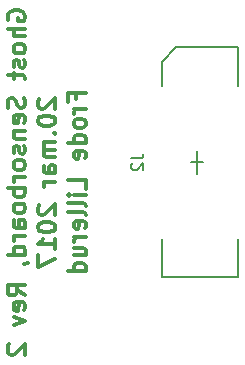
<source format=gbo>
G04 #@! TF.GenerationSoftware,KiCad,Pcbnew,no-vcs-found-ecdfa40~58~ubuntu16.04.1*
G04 #@! TF.CreationDate,2017-03-20T23:24:32+01:00*
G04 #@! TF.ProjectId,GhostSensorboard,47686F737453656E736F72626F617264,rev?*
G04 #@! TF.FileFunction,Legend,Bot*
G04 #@! TF.FilePolarity,Positive*
%FSLAX46Y46*%
G04 Gerber Fmt 4.6, Leading zero omitted, Abs format (unit mm)*
G04 Created by KiCad (PCBNEW no-vcs-found-ecdfa40~58~ubuntu16.04.1) date Mon Mar 20 23:24:32 2017*
%MOMM*%
%LPD*%
G01*
G04 APERTURE LIST*
%ADD10C,0.100000*%
%ADD11C,0.300000*%
%ADD12C,0.150000*%
G04 APERTURE END LIST*
D10*
D11*
X83590000Y-82795714D02*
X83518571Y-82652857D01*
X83518571Y-82438571D01*
X83590000Y-82224285D01*
X83732857Y-82081428D01*
X83875714Y-82010000D01*
X84161428Y-81938571D01*
X84375714Y-81938571D01*
X84661428Y-82010000D01*
X84804285Y-82081428D01*
X84947142Y-82224285D01*
X85018571Y-82438571D01*
X85018571Y-82581428D01*
X84947142Y-82795714D01*
X84875714Y-82867142D01*
X84375714Y-82867142D01*
X84375714Y-82581428D01*
X85018571Y-83510000D02*
X83518571Y-83510000D01*
X85018571Y-84152857D02*
X84232857Y-84152857D01*
X84090000Y-84081428D01*
X84018571Y-83938571D01*
X84018571Y-83724285D01*
X84090000Y-83581428D01*
X84161428Y-83510000D01*
X85018571Y-85081428D02*
X84947142Y-84938571D01*
X84875714Y-84867142D01*
X84732857Y-84795714D01*
X84304285Y-84795714D01*
X84161428Y-84867142D01*
X84090000Y-84938571D01*
X84018571Y-85081428D01*
X84018571Y-85295714D01*
X84090000Y-85438571D01*
X84161428Y-85510000D01*
X84304285Y-85581428D01*
X84732857Y-85581428D01*
X84875714Y-85510000D01*
X84947142Y-85438571D01*
X85018571Y-85295714D01*
X85018571Y-85081428D01*
X84947142Y-86152857D02*
X85018571Y-86295714D01*
X85018571Y-86581428D01*
X84947142Y-86724285D01*
X84804285Y-86795714D01*
X84732857Y-86795714D01*
X84590000Y-86724285D01*
X84518571Y-86581428D01*
X84518571Y-86367142D01*
X84447142Y-86224285D01*
X84304285Y-86152857D01*
X84232857Y-86152857D01*
X84090000Y-86224285D01*
X84018571Y-86367142D01*
X84018571Y-86581428D01*
X84090000Y-86724285D01*
X84018571Y-87224285D02*
X84018571Y-87795714D01*
X83518571Y-87438571D02*
X84804285Y-87438571D01*
X84947142Y-87510000D01*
X85018571Y-87652857D01*
X85018571Y-87795714D01*
X84947142Y-89367142D02*
X85018571Y-89581428D01*
X85018571Y-89938571D01*
X84947142Y-90081428D01*
X84875714Y-90152857D01*
X84732857Y-90224285D01*
X84590000Y-90224285D01*
X84447142Y-90152857D01*
X84375714Y-90081428D01*
X84304285Y-89938571D01*
X84232857Y-89652857D01*
X84161428Y-89510000D01*
X84090000Y-89438571D01*
X83947142Y-89367142D01*
X83804285Y-89367142D01*
X83661428Y-89438571D01*
X83590000Y-89510000D01*
X83518571Y-89652857D01*
X83518571Y-90010000D01*
X83590000Y-90224285D01*
X84947142Y-91438571D02*
X85018571Y-91295714D01*
X85018571Y-91010000D01*
X84947142Y-90867142D01*
X84804285Y-90795714D01*
X84232857Y-90795714D01*
X84090000Y-90867142D01*
X84018571Y-91010000D01*
X84018571Y-91295714D01*
X84090000Y-91438571D01*
X84232857Y-91510000D01*
X84375714Y-91510000D01*
X84518571Y-90795714D01*
X84018571Y-92152857D02*
X85018571Y-92152857D01*
X84161428Y-92152857D02*
X84090000Y-92224285D01*
X84018571Y-92367142D01*
X84018571Y-92581428D01*
X84090000Y-92724285D01*
X84232857Y-92795714D01*
X85018571Y-92795714D01*
X84947142Y-93438571D02*
X85018571Y-93581428D01*
X85018571Y-93867142D01*
X84947142Y-94010000D01*
X84804285Y-94081428D01*
X84732857Y-94081428D01*
X84590000Y-94010000D01*
X84518571Y-93867142D01*
X84518571Y-93652857D01*
X84447142Y-93510000D01*
X84304285Y-93438571D01*
X84232857Y-93438571D01*
X84090000Y-93510000D01*
X84018571Y-93652857D01*
X84018571Y-93867142D01*
X84090000Y-94010000D01*
X85018571Y-94938571D02*
X84947142Y-94795714D01*
X84875714Y-94724285D01*
X84732857Y-94652857D01*
X84304285Y-94652857D01*
X84161428Y-94724285D01*
X84090000Y-94795714D01*
X84018571Y-94938571D01*
X84018571Y-95152857D01*
X84090000Y-95295714D01*
X84161428Y-95367142D01*
X84304285Y-95438571D01*
X84732857Y-95438571D01*
X84875714Y-95367142D01*
X84947142Y-95295714D01*
X85018571Y-95152857D01*
X85018571Y-94938571D01*
X85018571Y-96081428D02*
X84018571Y-96081428D01*
X84304285Y-96081428D02*
X84161428Y-96152857D01*
X84090000Y-96224285D01*
X84018571Y-96367142D01*
X84018571Y-96510000D01*
X85018571Y-97010000D02*
X83518571Y-97010000D01*
X84090000Y-97010000D02*
X84018571Y-97152857D01*
X84018571Y-97438571D01*
X84090000Y-97581428D01*
X84161428Y-97652857D01*
X84304285Y-97724285D01*
X84732857Y-97724285D01*
X84875714Y-97652857D01*
X84947142Y-97581428D01*
X85018571Y-97438571D01*
X85018571Y-97152857D01*
X84947142Y-97010000D01*
X85018571Y-98581428D02*
X84947142Y-98438571D01*
X84875714Y-98367142D01*
X84732857Y-98295714D01*
X84304285Y-98295714D01*
X84161428Y-98367142D01*
X84090000Y-98438571D01*
X84018571Y-98581428D01*
X84018571Y-98795714D01*
X84090000Y-98938571D01*
X84161428Y-99010000D01*
X84304285Y-99081428D01*
X84732857Y-99081428D01*
X84875714Y-99010000D01*
X84947142Y-98938571D01*
X85018571Y-98795714D01*
X85018571Y-98581428D01*
X85018571Y-100367142D02*
X84232857Y-100367142D01*
X84090000Y-100295714D01*
X84018571Y-100152857D01*
X84018571Y-99867142D01*
X84090000Y-99724285D01*
X84947142Y-100367142D02*
X85018571Y-100224285D01*
X85018571Y-99867142D01*
X84947142Y-99724285D01*
X84804285Y-99652857D01*
X84661428Y-99652857D01*
X84518571Y-99724285D01*
X84447142Y-99867142D01*
X84447142Y-100224285D01*
X84375714Y-100367142D01*
X85018571Y-101081428D02*
X84018571Y-101081428D01*
X84304285Y-101081428D02*
X84161428Y-101152857D01*
X84090000Y-101224285D01*
X84018571Y-101367142D01*
X84018571Y-101510000D01*
X85018571Y-102652857D02*
X83518571Y-102652857D01*
X84947142Y-102652857D02*
X85018571Y-102510000D01*
X85018571Y-102224285D01*
X84947142Y-102081428D01*
X84875714Y-102010000D01*
X84732857Y-101938571D01*
X84304285Y-101938571D01*
X84161428Y-102010000D01*
X84090000Y-102081428D01*
X84018571Y-102224285D01*
X84018571Y-102510000D01*
X84090000Y-102652857D01*
X84947142Y-103438571D02*
X85018571Y-103438571D01*
X85161428Y-103367142D01*
X85232857Y-103295714D01*
X85018571Y-106081428D02*
X84304285Y-105581428D01*
X85018571Y-105224285D02*
X83518571Y-105224285D01*
X83518571Y-105795714D01*
X83590000Y-105938571D01*
X83661428Y-106010000D01*
X83804285Y-106081428D01*
X84018571Y-106081428D01*
X84161428Y-106010000D01*
X84232857Y-105938571D01*
X84304285Y-105795714D01*
X84304285Y-105224285D01*
X84947142Y-107295714D02*
X85018571Y-107152857D01*
X85018571Y-106867142D01*
X84947142Y-106724285D01*
X84804285Y-106652857D01*
X84232857Y-106652857D01*
X84090000Y-106724285D01*
X84018571Y-106867142D01*
X84018571Y-107152857D01*
X84090000Y-107295714D01*
X84232857Y-107367142D01*
X84375714Y-107367142D01*
X84518571Y-106652857D01*
X84018571Y-107867142D02*
X85018571Y-108224285D01*
X84018571Y-108581428D01*
X83661428Y-110224285D02*
X83590000Y-110295714D01*
X83518571Y-110438571D01*
X83518571Y-110795714D01*
X83590000Y-110938571D01*
X83661428Y-111010000D01*
X83804285Y-111081428D01*
X83947142Y-111081428D01*
X84161428Y-111010000D01*
X85018571Y-110152857D01*
X85018571Y-111081428D01*
X86211428Y-89438571D02*
X86140000Y-89510000D01*
X86068571Y-89652857D01*
X86068571Y-90010000D01*
X86140000Y-90152857D01*
X86211428Y-90224285D01*
X86354285Y-90295714D01*
X86497142Y-90295714D01*
X86711428Y-90224285D01*
X87568571Y-89367142D01*
X87568571Y-90295714D01*
X86068571Y-91224285D02*
X86068571Y-91367142D01*
X86140000Y-91510000D01*
X86211428Y-91581428D01*
X86354285Y-91652857D01*
X86640000Y-91724285D01*
X86997142Y-91724285D01*
X87282857Y-91652857D01*
X87425714Y-91581428D01*
X87497142Y-91510000D01*
X87568571Y-91367142D01*
X87568571Y-91224285D01*
X87497142Y-91081428D01*
X87425714Y-91010000D01*
X87282857Y-90938571D01*
X86997142Y-90867142D01*
X86640000Y-90867142D01*
X86354285Y-90938571D01*
X86211428Y-91010000D01*
X86140000Y-91081428D01*
X86068571Y-91224285D01*
X87425714Y-92367142D02*
X87497142Y-92438571D01*
X87568571Y-92367142D01*
X87497142Y-92295714D01*
X87425714Y-92367142D01*
X87568571Y-92367142D01*
X87568571Y-93081428D02*
X86568571Y-93081428D01*
X86711428Y-93081428D02*
X86640000Y-93152857D01*
X86568571Y-93295714D01*
X86568571Y-93510000D01*
X86640000Y-93652857D01*
X86782857Y-93724285D01*
X87568571Y-93724285D01*
X86782857Y-93724285D02*
X86640000Y-93795714D01*
X86568571Y-93938571D01*
X86568571Y-94152857D01*
X86640000Y-94295714D01*
X86782857Y-94367142D01*
X87568571Y-94367142D01*
X87568571Y-95724285D02*
X86782857Y-95724285D01*
X86640000Y-95652857D01*
X86568571Y-95510000D01*
X86568571Y-95224285D01*
X86640000Y-95081428D01*
X87497142Y-95724285D02*
X87568571Y-95581428D01*
X87568571Y-95224285D01*
X87497142Y-95081428D01*
X87354285Y-95010000D01*
X87211428Y-95010000D01*
X87068571Y-95081428D01*
X86997142Y-95224285D01*
X86997142Y-95581428D01*
X86925714Y-95724285D01*
X87568571Y-96438571D02*
X86568571Y-96438571D01*
X86854285Y-96438571D02*
X86711428Y-96510000D01*
X86640000Y-96581428D01*
X86568571Y-96724285D01*
X86568571Y-96867142D01*
X86211428Y-98438571D02*
X86140000Y-98510000D01*
X86068571Y-98652857D01*
X86068571Y-99010000D01*
X86140000Y-99152857D01*
X86211428Y-99224285D01*
X86354285Y-99295714D01*
X86497142Y-99295714D01*
X86711428Y-99224285D01*
X87568571Y-98367142D01*
X87568571Y-99295714D01*
X86068571Y-100224285D02*
X86068571Y-100367142D01*
X86140000Y-100510000D01*
X86211428Y-100581428D01*
X86354285Y-100652857D01*
X86640000Y-100724285D01*
X86997142Y-100724285D01*
X87282857Y-100652857D01*
X87425714Y-100581428D01*
X87497142Y-100510000D01*
X87568571Y-100367142D01*
X87568571Y-100224285D01*
X87497142Y-100081428D01*
X87425714Y-100010000D01*
X87282857Y-99938571D01*
X86997142Y-99867142D01*
X86640000Y-99867142D01*
X86354285Y-99938571D01*
X86211428Y-100010000D01*
X86140000Y-100081428D01*
X86068571Y-100224285D01*
X87568571Y-102152857D02*
X87568571Y-101295714D01*
X87568571Y-101724285D02*
X86068571Y-101724285D01*
X86282857Y-101581428D01*
X86425714Y-101438571D01*
X86497142Y-101295714D01*
X86068571Y-102652857D02*
X86068571Y-103652857D01*
X87568571Y-103010000D01*
X89332857Y-89474285D02*
X89332857Y-88974285D01*
X90118571Y-88974285D02*
X88618571Y-88974285D01*
X88618571Y-89688571D01*
X90118571Y-90260000D02*
X89118571Y-90260000D01*
X89404285Y-90260000D02*
X89261428Y-90331428D01*
X89190000Y-90402857D01*
X89118571Y-90545714D01*
X89118571Y-90688571D01*
X90118571Y-91402857D02*
X90047142Y-91260000D01*
X89975714Y-91188571D01*
X89832857Y-91117142D01*
X89404285Y-91117142D01*
X89261428Y-91188571D01*
X89190000Y-91260000D01*
X89118571Y-91402857D01*
X89118571Y-91617142D01*
X89190000Y-91760000D01*
X89261428Y-91831428D01*
X89404285Y-91902857D01*
X89832857Y-91902857D01*
X89975714Y-91831428D01*
X90047142Y-91760000D01*
X90118571Y-91617142D01*
X90118571Y-91402857D01*
X90118571Y-93188571D02*
X88618571Y-93188571D01*
X90047142Y-93188571D02*
X90118571Y-93045714D01*
X90118571Y-92760000D01*
X90047142Y-92617142D01*
X89975714Y-92545714D01*
X89832857Y-92474285D01*
X89404285Y-92474285D01*
X89261428Y-92545714D01*
X89190000Y-92617142D01*
X89118571Y-92760000D01*
X89118571Y-93045714D01*
X89190000Y-93188571D01*
X90047142Y-94474285D02*
X90118571Y-94331428D01*
X90118571Y-94045714D01*
X90047142Y-93902857D01*
X89904285Y-93831428D01*
X89332857Y-93831428D01*
X89190000Y-93902857D01*
X89118571Y-94045714D01*
X89118571Y-94331428D01*
X89190000Y-94474285D01*
X89332857Y-94545714D01*
X89475714Y-94545714D01*
X89618571Y-93831428D01*
X90118571Y-97045714D02*
X90118571Y-96331428D01*
X88618571Y-96331428D01*
X90118571Y-97545714D02*
X89118571Y-97545714D01*
X88618571Y-97545714D02*
X88690000Y-97474285D01*
X88761428Y-97545714D01*
X88690000Y-97617142D01*
X88618571Y-97545714D01*
X88761428Y-97545714D01*
X90118571Y-98474285D02*
X90047142Y-98331428D01*
X89904285Y-98260000D01*
X88618571Y-98260000D01*
X90118571Y-99260000D02*
X90047142Y-99117142D01*
X89904285Y-99045714D01*
X88618571Y-99045714D01*
X90047142Y-100402857D02*
X90118571Y-100260000D01*
X90118571Y-99974285D01*
X90047142Y-99831428D01*
X89904285Y-99760000D01*
X89332857Y-99760000D01*
X89190000Y-99831428D01*
X89118571Y-99974285D01*
X89118571Y-100260000D01*
X89190000Y-100402857D01*
X89332857Y-100474285D01*
X89475714Y-100474285D01*
X89618571Y-99760000D01*
X90118571Y-101117142D02*
X89118571Y-101117142D01*
X89404285Y-101117142D02*
X89261428Y-101188571D01*
X89190000Y-101260000D01*
X89118571Y-101402857D01*
X89118571Y-101545714D01*
X89118571Y-102688571D02*
X90118571Y-102688571D01*
X89118571Y-102045714D02*
X89904285Y-102045714D01*
X90047142Y-102117142D01*
X90118571Y-102260000D01*
X90118571Y-102474285D01*
X90047142Y-102617142D01*
X89975714Y-102688571D01*
X90118571Y-104045714D02*
X88618571Y-104045714D01*
X90047142Y-104045714D02*
X90118571Y-103902857D01*
X90118571Y-103617142D01*
X90047142Y-103474285D01*
X89975714Y-103402857D01*
X89832857Y-103331428D01*
X89404285Y-103331428D01*
X89261428Y-103402857D01*
X89190000Y-103474285D01*
X89118571Y-103617142D01*
X89118571Y-103902857D01*
X89190000Y-104045714D01*
D12*
X99552380Y-94809580D02*
X100052380Y-94809580D01*
X99552380Y-94809580D02*
X99052380Y-94809580D01*
X99552380Y-94809580D02*
X99552380Y-93809580D01*
X99552380Y-94809580D02*
X99552380Y-95809580D01*
X97802380Y-85084580D02*
X103052380Y-85084580D01*
X96552380Y-86334580D02*
X97802380Y-85084580D01*
X96552380Y-86334580D02*
X96552380Y-88334580D01*
X103052380Y-88334580D02*
X103052380Y-85084580D01*
X103052380Y-104534580D02*
X103052380Y-101284580D01*
X96552380Y-104534580D02*
X103052380Y-104534580D01*
X96552380Y-101284580D02*
X96552380Y-104534580D01*
X94004760Y-94476246D02*
X94719046Y-94476246D01*
X94861903Y-94428627D01*
X94957141Y-94333389D01*
X95004760Y-94190532D01*
X95004760Y-94095294D01*
X94099999Y-94904818D02*
X94052380Y-94952437D01*
X94004760Y-95047675D01*
X94004760Y-95285770D01*
X94052380Y-95381008D01*
X94099999Y-95428627D01*
X94195237Y-95476246D01*
X94290475Y-95476246D01*
X94433332Y-95428627D01*
X95004760Y-94857199D01*
X95004760Y-95476246D01*
M02*

</source>
